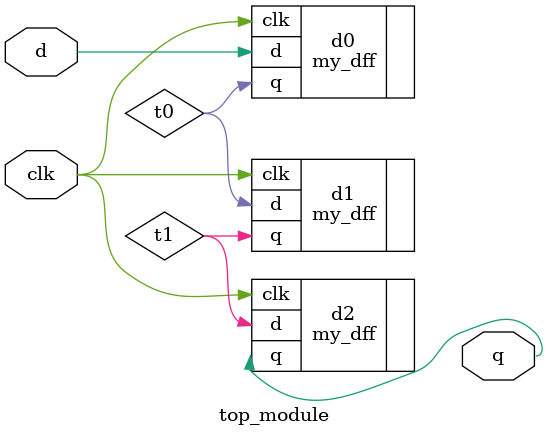
<source format=v>
module top_module ( input clk, input d, output q );
	
    wire t0,t1;
    
    my_dff d0( .clk(clk), .d(d), .q(t0) );
    my_dff d1( .clk(clk), .d(t0), .q(t1) );
    my_dff d2( .clk(clk), .d(t1), .q(q) );
    
endmodule

</source>
